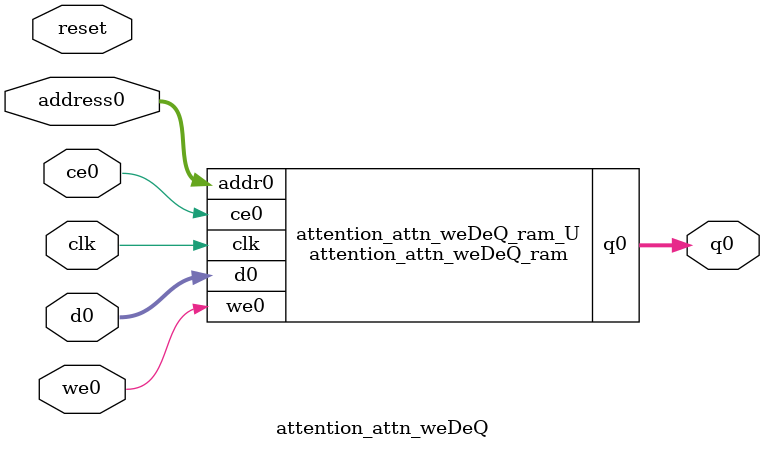
<source format=v>
`timescale 1 ns / 1 ps
module attention_attn_weDeQ_ram (addr0, ce0, d0, we0, q0,  clk);

parameter DWIDTH = 32;
parameter AWIDTH = 7;
parameter MEM_SIZE = 96;

input[AWIDTH-1:0] addr0;
input ce0;
input[DWIDTH-1:0] d0;
input we0;
output reg[DWIDTH-1:0] q0;
input clk;

(* ram_style = "block" *)reg [DWIDTH-1:0] ram[0:MEM_SIZE-1];




always @(posedge clk)  
begin 
    if (ce0) begin
        if (we0) 
            ram[addr0] <= d0; 
        q0 <= ram[addr0];
    end
end


endmodule

`timescale 1 ns / 1 ps
module attention_attn_weDeQ(
    reset,
    clk,
    address0,
    ce0,
    we0,
    d0,
    q0);

parameter DataWidth = 32'd32;
parameter AddressRange = 32'd96;
parameter AddressWidth = 32'd7;
input reset;
input clk;
input[AddressWidth - 1:0] address0;
input ce0;
input we0;
input[DataWidth - 1:0] d0;
output[DataWidth - 1:0] q0;



attention_attn_weDeQ_ram attention_attn_weDeQ_ram_U(
    .clk( clk ),
    .addr0( address0 ),
    .ce0( ce0 ),
    .we0( we0 ),
    .d0( d0 ),
    .q0( q0 ));

endmodule


</source>
